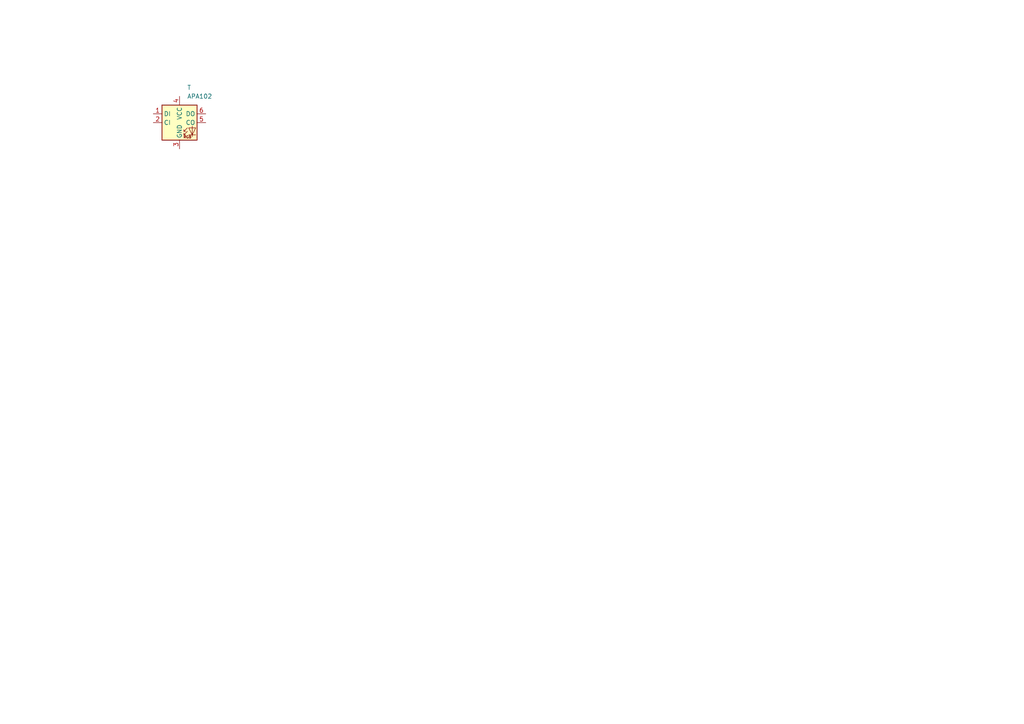
<source format=kicad_sch>
(kicad_sch (version 20231120) (generator "eeschema") (generator_version "8.0")
  (paper "A4")
  (lib_symbols
    (symbol "LED:APA102"
      (property "Reference" "D" (at 5.08 5.715 0))
      (property "Value" "APA102" (at 1.27 -5.715 0))
      (symbol "APA102_0_0"
        (text "RGB" (at 2.286 -4.191 0) (effects (font (size 0.762 0.762))))
      )
      (symbol "APA102_0_1"
        (polyline (pts (xy 1.27 -3.556) (xy 1.778 -3.556)))
        (polyline (pts (xy 1.27 -2.54) (xy 1.778 -2.54)))
        (polyline (pts (xy 4.699 -3.556) (xy 2.667 -3.556)))
        (polyline (pts (xy 2.286 -2.54) (xy 1.27 -3.556) (xy 1.27 -3.048)))
        (polyline (pts (xy 2.286 -1.524) (xy 1.27 -2.54) (xy 1.27 -2.032)))
        (polyline (pts (xy 3.683 -1.016) (xy 3.683 -3.556) (xy 3.683 -4.064)))
        (polyline (pts (xy 4.699 -1.524) (xy 2.667 -1.524) (xy 3.683 -3.556) (xy 4.699 -1.524)))
        (rectangle (start 5.08 5.08) (end -5.08 -5.08) (stroke (width 0.254)) (fill (type background)))
      )
      (symbol "APA102_1_1"
        (pin input line (at -7.62 2.54 0) (length 2.54) (name "DI") (number "1"))
        (pin input line (at -7.62 0 0) (length 2.54) (name "CI") (number "2"))
        (pin power_in line (at 0 -7.62 90) (length 2.54) (name "GND") (number "3"))
        (pin power_in line (at 0 7.62 270) (length 2.54) (name "VCC") (number "4"))
        (pin output line (at 7.62 0 180) (length 2.54) (name "CO") (number "5"))
        (pin output line (at 7.62 2.54 180) (length 2.54) (name "DO") (number "6"))
      )
    )
    (symbol "power:GND" (power) (pin_numbers hide) (pin_names (offset 0) hide)
      (property "Value" "GND" (at 0 -3.81 0))
      (symbol "GND_0_1"
        (polyline (pts (xy 0 0) (xy 0 -1.27) (xy 1.27 -1.27) (xy 0 -2.54) (xy -1.27 -1.27) (xy 0 -1.27)))
      )
      (symbol "GND_1_1"
        (pin power_in line (at 0 0 270) (length 0) (name "~") (number "1"))
      )
    )
    (symbol "power:VCC" (power) (pin_numbers hide) (pin_names (offset 0) hide)
      (property "Value" "VCC" (at 0 3.556 0))
      (symbol "VCC_0_1"
        (polyline (pts (xy -0.762 1.27) (xy 0 2.54)))
        (polyline (pts (xy 0 0) (xy 0 2.54)))
        (polyline (pts (xy 0 2.54) (xy 0.762 1.27)))
      )
      (symbol "VCC_1_1"
        (pin power_in line (at 0 0 90) (length 0) (name "~") (number "1"))
      )
    )
  )
  (symbol (lib_id "LED:APA102") (at 52.07 35.56 0) (unit 1)
    (property "Reference" "T" (at 54.2641 25.4 0) (effects (justify left)))
    (property "Value" "APA102" (at 54.2641 27.94 0) (effects (justify left)))
    (property "Footprint" "LED_SMD:LED_RGB_5050-6" (effects (hide yes)))
    (property "Datasheet" "http://www.led-color.com/upload/201506/APA102%20LED.pdf" (effects (hide yes)))
    (property "Description" "RGB LED with integrated controller" (effects (hide yes)))
  )
  (symbol (lib_id "power:GND") (at -40.64 -87.63 0) (unit 1)
    (property "Reference" "#PWR02" (effects (hide yes)))
    (property "Value" "GND" (at -40.64 -82.55 0))
    (property "Description" "Power symbol creates a global label with name \"GND\" , ground" (effects (hide yes)))
  )
  (symbol (lib_id "power:VCC") (at -49.53 -85.09 0) (unit 1)
    (property "Reference" "#PWR01" (effects (hide yes)))
    (property "Value" "VCC" (at -49.53 -90.17 0))
    (property "Description" "Power symbol creates a global label with name \"VCC\"" (effects (hide yes)))
  )
)
</source>
